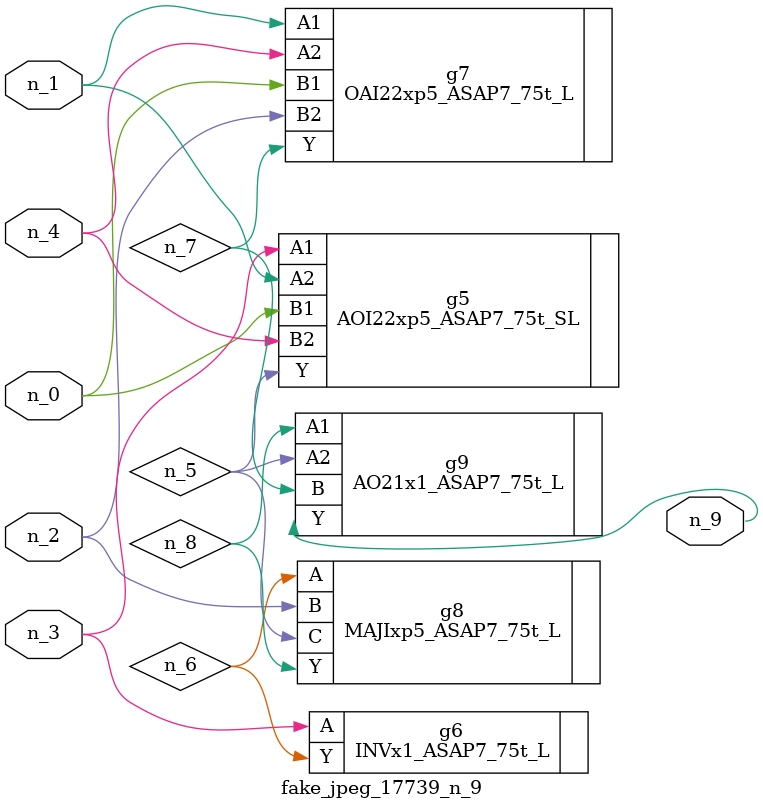
<source format=v>
module fake_jpeg_17739_n_9 (n_3, n_2, n_1, n_0, n_4, n_9);

input n_3;
input n_2;
input n_1;
input n_0;
input n_4;

output n_9;

wire n_8;
wire n_6;
wire n_5;
wire n_7;

AOI22xp5_ASAP7_75t_SL g5 ( 
.A1(n_3),
.A2(n_1),
.B1(n_0),
.B2(n_4),
.Y(n_5)
);

INVx1_ASAP7_75t_L g6 ( 
.A(n_3),
.Y(n_6)
);

OAI22xp5_ASAP7_75t_L g7 ( 
.A1(n_1),
.A2(n_4),
.B1(n_0),
.B2(n_2),
.Y(n_7)
);

MAJIxp5_ASAP7_75t_L g8 ( 
.A(n_6),
.B(n_2),
.C(n_5),
.Y(n_8)
);

AO21x1_ASAP7_75t_L g9 ( 
.A1(n_8),
.A2(n_5),
.B(n_7),
.Y(n_9)
);


endmodule
</source>
